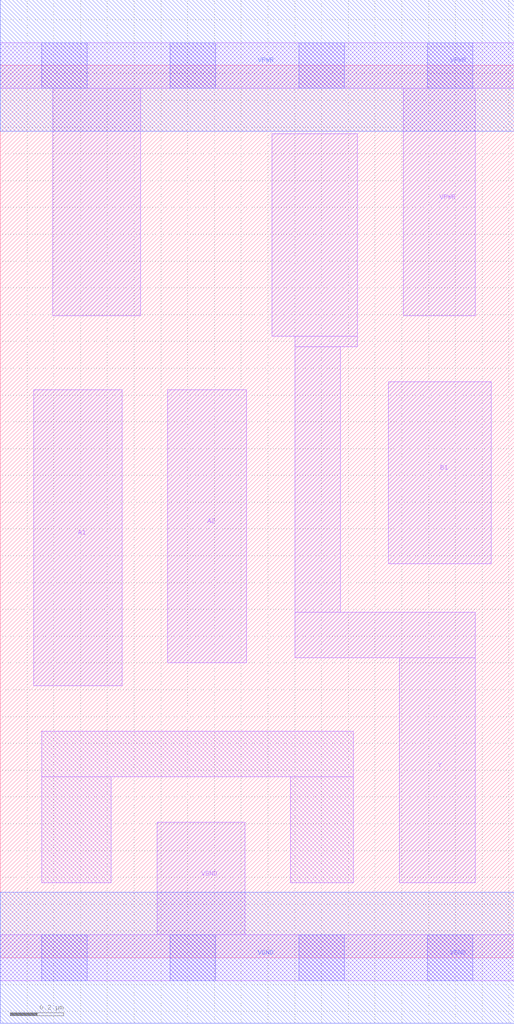
<source format=lef>
# Copyright 2020 The SkyWater PDK Authors
#
# Licensed under the Apache License, Version 2.0 (the "License");
# you may not use this file except in compliance with the License.
# You may obtain a copy of the License at
#
#     https://www.apache.org/licenses/LICENSE-2.0
#
# Unless required by applicable law or agreed to in writing, software
# distributed under the License is distributed on an "AS IS" BASIS,
# WITHOUT WARRANTIES OR CONDITIONS OF ANY KIND, either express or implied.
# See the License for the specific language governing permissions and
# limitations under the License.
#
# SPDX-License-Identifier: Apache-2.0

VERSION 5.7 ;
  NAMESCASESENSITIVE ON ;
  NOWIREEXTENSIONATPIN ON ;
  DIVIDERCHAR "/" ;
  BUSBITCHARS "[]" ;
UNITS
  DATABASE MICRONS 200 ;
END UNITS
MACRO sky130_fd_sc_lp__o21ai_0
  CLASS CORE ;
  SOURCE USER ;
  FOREIGN sky130_fd_sc_lp__o21ai_0 ;
  ORIGIN  0.000000  0.000000 ;
  SIZE  1.920000 BY  3.330000 ;
  SYMMETRY X Y R90 ;
  SITE unit ;
  PIN A1
    ANTENNAGATEAREA  0.159000 ;
    DIRECTION INPUT ;
    USE SIGNAL ;
    PORT
      LAYER li1 ;
        RECT 0.125000 1.015000 0.455000 2.120000 ;
    END
  END A1
  PIN A2
    ANTENNAGATEAREA  0.159000 ;
    DIRECTION INPUT ;
    USE SIGNAL ;
    PORT
      LAYER li1 ;
        RECT 0.625000 1.100000 0.920000 2.120000 ;
    END
  END A2
  PIN B1
    ANTENNAGATEAREA  0.159000 ;
    DIRECTION INPUT ;
    USE SIGNAL ;
    PORT
      LAYER li1 ;
        RECT 1.450000 1.470000 1.835000 2.150000 ;
    END
  END B1
  PIN Y
    ANTENNADIFFAREA  0.290500 ;
    DIRECTION OUTPUT ;
    USE SIGNAL ;
    PORT
      LAYER li1 ;
        RECT 1.015000 2.320000 1.335000 3.075000 ;
        RECT 1.100000 1.120000 1.775000 1.290000 ;
        RECT 1.100000 1.290000 1.270000 2.280000 ;
        RECT 1.100000 2.280000 1.335000 2.320000 ;
        RECT 1.490000 0.280000 1.775000 1.120000 ;
    END
  END Y
  PIN VGND
    DIRECTION INOUT ;
    USE GROUND ;
    PORT
      LAYER li1 ;
        RECT 0.000000 -0.085000 1.920000 0.085000 ;
        RECT 0.585000  0.085000 0.915000 0.505000 ;
      LAYER mcon ;
        RECT 0.155000 -0.085000 0.325000 0.085000 ;
        RECT 0.635000 -0.085000 0.805000 0.085000 ;
        RECT 1.115000 -0.085000 1.285000 0.085000 ;
        RECT 1.595000 -0.085000 1.765000 0.085000 ;
      LAYER met1 ;
        RECT 0.000000 -0.245000 1.920000 0.245000 ;
    END
  END VGND
  PIN VPWR
    DIRECTION INOUT ;
    USE POWER ;
    PORT
      LAYER li1 ;
        RECT 0.000000 3.245000 1.920000 3.415000 ;
        RECT 0.195000 2.395000 0.525000 3.245000 ;
        RECT 1.505000 2.395000 1.775000 3.245000 ;
      LAYER mcon ;
        RECT 0.155000 3.245000 0.325000 3.415000 ;
        RECT 0.635000 3.245000 0.805000 3.415000 ;
        RECT 1.115000 3.245000 1.285000 3.415000 ;
        RECT 1.595000 3.245000 1.765000 3.415000 ;
      LAYER met1 ;
        RECT 0.000000 3.085000 1.920000 3.575000 ;
    END
  END VPWR
  OBS
    LAYER li1 ;
      RECT 0.155000 0.280000 0.415000 0.675000 ;
      RECT 0.155000 0.675000 1.320000 0.845000 ;
      RECT 1.085000 0.280000 1.320000 0.675000 ;
  END
END sky130_fd_sc_lp__o21ai_0

</source>
